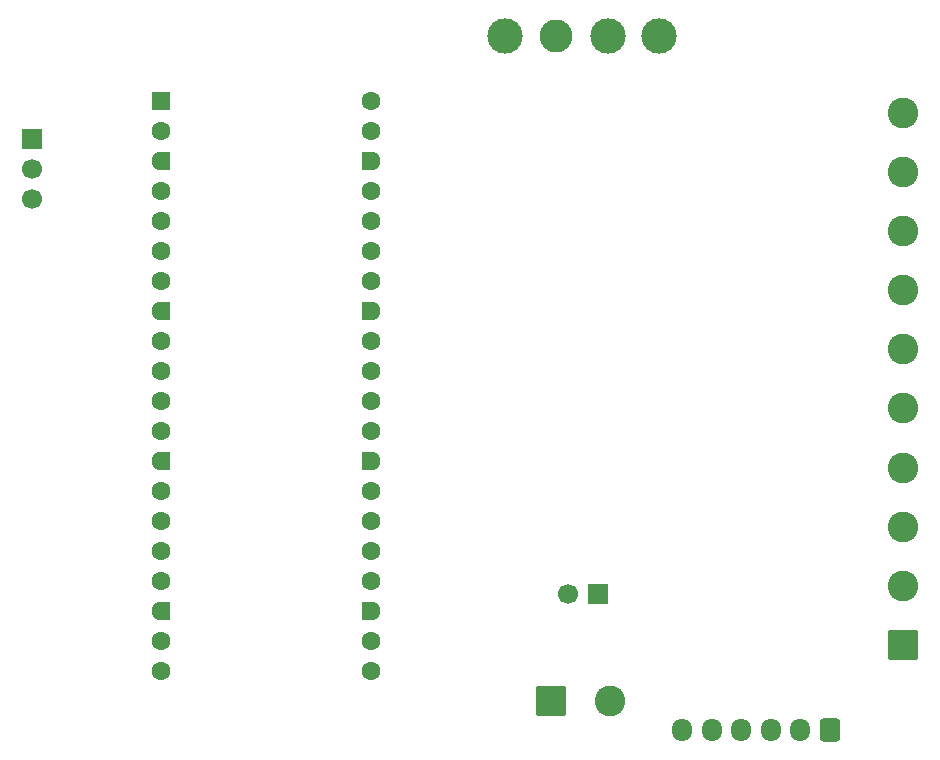
<source format=gbs>
%TF.GenerationSoftware,KiCad,Pcbnew,9.0.2*%
%TF.CreationDate,2025-07-21T22:11:42-06:00*%
%TF.ProjectId,Pico_H-bridge_complete,5069636f-5f48-42d6-9272-696467655f63,rev?*%
%TF.SameCoordinates,Original*%
%TF.FileFunction,Soldermask,Bot*%
%TF.FilePolarity,Negative*%
%FSLAX46Y46*%
G04 Gerber Fmt 4.6, Leading zero omitted, Abs format (unit mm)*
G04 Created by KiCad (PCBNEW 9.0.2) date 2025-07-21 22:11:42*
%MOMM*%
%LPD*%
G01*
G04 APERTURE LIST*
G04 Aperture macros list*
%AMRoundRect*
0 Rectangle with rounded corners*
0 $1 Rounding radius*
0 $2 $3 $4 $5 $6 $7 $8 $9 X,Y pos of 4 corners*
0 Add a 4 corners polygon primitive as box body*
4,1,4,$2,$3,$4,$5,$6,$7,$8,$9,$2,$3,0*
0 Add four circle primitives for the rounded corners*
1,1,$1+$1,$2,$3*
1,1,$1+$1,$4,$5*
1,1,$1+$1,$6,$7*
1,1,$1+$1,$8,$9*
0 Add four rect primitives between the rounded corners*
20,1,$1+$1,$2,$3,$4,$5,0*
20,1,$1+$1,$4,$5,$6,$7,0*
20,1,$1+$1,$6,$7,$8,$9,0*
20,1,$1+$1,$8,$9,$2,$3,0*%
%AMFreePoly0*
4,1,37,0.603843,0.796157,0.639018,0.796157,0.711114,0.766294,0.766294,0.711114,0.796157,0.639018,0.796157,0.603843,0.800000,0.600000,0.800000,-0.600000,0.796157,-0.603843,0.796157,-0.639018,0.766294,-0.711114,0.711114,-0.766294,0.639018,-0.796157,0.603843,-0.796157,0.600000,-0.800000,0.000000,-0.800000,0.000000,-0.796148,-0.078414,-0.796148,-0.232228,-0.765552,-0.377117,-0.705537,
-0.507515,-0.618408,-0.618408,-0.507515,-0.705537,-0.377117,-0.765552,-0.232228,-0.796148,-0.078414,-0.796148,0.078414,-0.765552,0.232228,-0.705537,0.377117,-0.618408,0.507515,-0.507515,0.618408,-0.377117,0.705537,-0.232228,0.765552,-0.078414,0.796148,0.000000,0.796148,0.000000,0.800000,0.600000,0.800000,0.603843,0.796157,0.603843,0.796157,$1*%
%AMFreePoly1*
4,1,37,0.000000,0.796148,0.078414,0.796148,0.232228,0.765552,0.377117,0.705537,0.507515,0.618408,0.618408,0.507515,0.705537,0.377117,0.765552,0.232228,0.796148,0.078414,0.796148,-0.078414,0.765552,-0.232228,0.705537,-0.377117,0.618408,-0.507515,0.507515,-0.618408,0.377117,-0.705537,0.232228,-0.765552,0.078414,-0.796148,0.000000,-0.796148,0.000000,-0.800000,-0.600000,-0.800000,
-0.603843,-0.796157,-0.639018,-0.796157,-0.711114,-0.766294,-0.766294,-0.711114,-0.796157,-0.639018,-0.796157,-0.603843,-0.800000,-0.600000,-0.800000,0.600000,-0.796157,0.603843,-0.796157,0.639018,-0.766294,0.711114,-0.711114,0.766294,-0.639018,0.796157,-0.603843,0.796157,-0.600000,0.800000,0.000000,0.800000,0.000000,0.796148,0.000000,0.796148,$1*%
G04 Aperture macros list end*
%ADD10RoundRect,0.200000X-0.600000X-0.600000X0.600000X-0.600000X0.600000X0.600000X-0.600000X0.600000X0*%
%ADD11C,1.600000*%
%ADD12FreePoly0,0.000000*%
%ADD13FreePoly1,0.000000*%
%ADD14C,3.000000*%
%ADD15R,1.700000X1.700000*%
%ADD16C,1.700000*%
%ADD17C,2.800000*%
%ADD18RoundRect,0.250000X0.600000X0.725000X-0.600000X0.725000X-0.600000X-0.725000X0.600000X-0.725000X0*%
%ADD19O,1.700000X1.950000*%
%ADD20RoundRect,0.250000X1.050000X-1.050000X1.050000X1.050000X-1.050000X1.050000X-1.050000X-1.050000X0*%
%ADD21C,2.600000*%
%ADD22RoundRect,0.250000X-1.050000X-1.050000X1.050000X-1.050000X1.050000X1.050000X-1.050000X1.050000X0*%
G04 APERTURE END LIST*
D10*
%TO.C,U1*%
X97400000Y-64300000D03*
D11*
X97400000Y-66840000D03*
D12*
X97400000Y-69380000D03*
D11*
X97400000Y-71920000D03*
X97400000Y-74460000D03*
X97400000Y-77000000D03*
X97400000Y-79540000D03*
D12*
X97400000Y-82080000D03*
D11*
X97400000Y-84620000D03*
X97400000Y-87160000D03*
X97400000Y-89700000D03*
X97400000Y-92240000D03*
D12*
X97400000Y-94780000D03*
D11*
X97400000Y-97320000D03*
X97400000Y-99860000D03*
X97400000Y-102400000D03*
X97400000Y-104940000D03*
D12*
X97400000Y-107480000D03*
D11*
X97400000Y-110020000D03*
X97400000Y-112560000D03*
X115180000Y-112560000D03*
X115180000Y-110020000D03*
D13*
X115180000Y-107480000D03*
D11*
X115180000Y-104940000D03*
X115180000Y-102400000D03*
X115180000Y-99860000D03*
X115180000Y-97320000D03*
D13*
X115180000Y-94780000D03*
D11*
X115180000Y-92240000D03*
X115180000Y-89700000D03*
X115180000Y-87160000D03*
X115180000Y-84620000D03*
D13*
X115180000Y-82080000D03*
D11*
X115180000Y-79540000D03*
X115180000Y-77000000D03*
X115180000Y-74460000D03*
X115180000Y-71920000D03*
D13*
X115180000Y-69380000D03*
D11*
X115180000Y-66840000D03*
X115180000Y-64300000D03*
%TD*%
D14*
%TO.C,TP2*%
X139572778Y-58725000D03*
%TD*%
D15*
%TO.C,J4*%
X134405000Y-105995000D03*
D16*
X131865000Y-105995000D03*
%TD*%
D17*
%TO.C,TP6*%
X130907593Y-58725000D03*
%TD*%
D18*
%TO.C,J2*%
X154075000Y-117555000D03*
D19*
X151575000Y-117555000D03*
X149075000Y-117555000D03*
X146575000Y-117555000D03*
X144075000Y-117555000D03*
X141575000Y-117555000D03*
%TD*%
D20*
%TO.C,J1*%
X160220000Y-110300000D03*
D21*
X160220000Y-105300000D03*
X160220000Y-100300000D03*
X160220000Y-95300000D03*
X160220000Y-90300000D03*
X160220000Y-85300000D03*
X160220000Y-80300000D03*
X160220000Y-75300000D03*
X160220000Y-70300000D03*
X160220000Y-65300000D03*
%TD*%
D14*
%TO.C,TP3*%
X135240185Y-58725000D03*
%TD*%
D22*
%TO.C,J3*%
X130425000Y-115100000D03*
D21*
X135425000Y-115100000D03*
%TD*%
D15*
%TO.C,JP1*%
X86550000Y-67485000D03*
D16*
X86550000Y-70025000D03*
X86550000Y-72565000D03*
%TD*%
D14*
%TO.C,TP1*%
X126575000Y-58725000D03*
%TD*%
M02*

</source>
